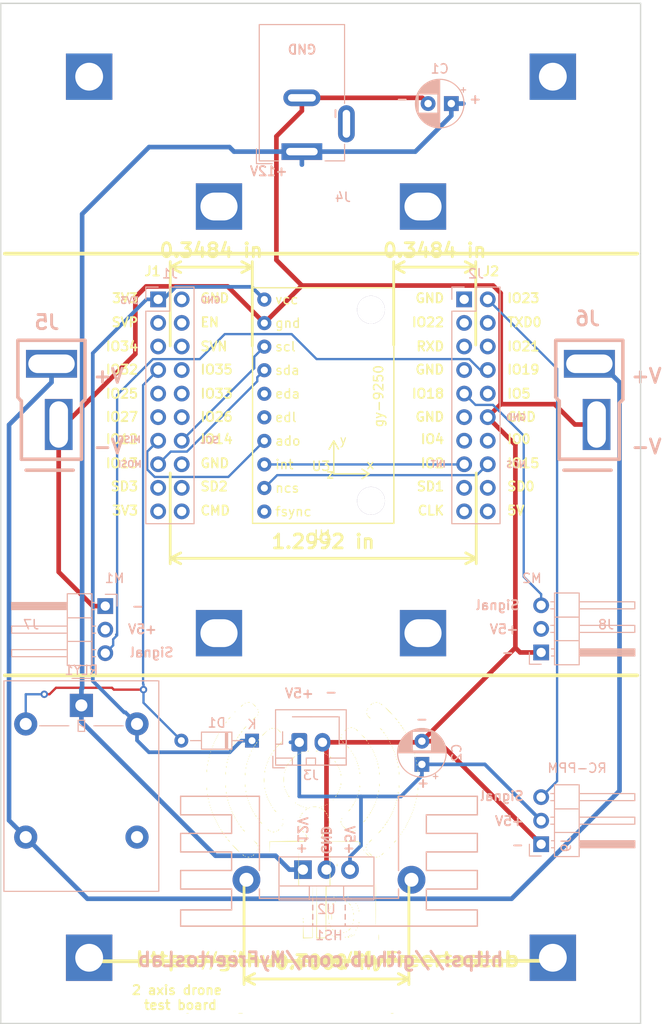
<source format=kicad_pcb>
(kicad_pcb (version 20171130) (host pcbnew 5.0.2-bee76a0~70~ubuntu16.04.1)
  (title_block (title "2 Axis Tool for Drone Study") (date 2021-04-11) (rev 1.0) (company FreeRTOS-Lab) (comment 1 https://github.com/MyFreertosLab/my_mpu9250_test.git))
  (layers (0 F.Cu signal) (31 B.Cu signal) (34 B.Paste user) (35 F.Paste user) (36 B.SilkS user) (37 F.SilkS user) (38 B.Mask user) (39 F.Mask user) (44 Edge.Cuts user))
  (net 0 "")
  (net 1 "Net-(J1-Pad2)")
  (net 2 "Net-(J1-Pad3)")
  (net 3 "Net-(J1-Pad4)")
  (net 4 "Net-(J1-Pad5)")
  (net 5 "Net-(J1-Pad6)")
  (net 6 "Net-(J1-Pad8)")
  (net 7 "Net-(J1-Pad9)")
  (net 8 "Net-(J1-Pad10)")
  (net 9 "Net-(J1-Pad11)")
  (net 10 "Net-(J1-Pad12)")
  (net 11 "Net-(J1-Pad16)")
  (net 12 "Net-(J1-Pad17)")
  (net 13 "Net-(J1-Pad18)")
  (net 14 "Net-(J1-Pad19)")
  (net 15 "Net-(J1-Pad20)")
  (net 16 "Net-(J2-Pad20)")
  (net 17 "Net-(J2-Pad19)")
  (net 18 "Net-(J2-Pad18)")
  (net 19 "Net-(J2-Pad17)")
  (net 20 "Net-(J2-Pad14)")
  (net 21 "Net-(J2-Pad13)")
  (net 22 "Net-(J2-Pad11)")
  (net 23 "Net-(J2-Pad10)")
  (net 24 "Net-(J2-Pad7)")
  (net 25 "Net-(J2-Pad6)")
  (net 26 "Net-(J2-Pad5)")
  (net 27 "Net-(J2-Pad4)")
  (net 28 "Net-(J2-Pad3)")
  (net 29 "Net-(J2-Pad1)")
  (net 30 "Net-(U1-Pad5)")
  (net 31 "Net-(U1-Pad6)")
  (net 32 "Net-(U1-Pad10)")
  (net 33 +12V)
  (net 34 GND)
  (net 35 +5V)
  (net 36 +3V3)
  (net 37 MISO)
  (net 38 SCL)
  (net 39 MOSI)
  (net 40 NCS)
  (net 41 INT)
  (net 42 "Net-(HS1-Pad1)")
  (net 43 M2S)
  (net 44 M1S)
  (net 45 "Net-(HS1-Pad2)")
  (net 46 RCS)
  (net 47 "Net-(J7-Pad2)")
  (net 48 "Net-(J8-Pad2)")
  (net 49 GPIO32)
  (net 50 +12VM)
  (net 51 "Net-(RLY1-Pad3)")
  (module gy-9250_footprint:gy-9250 (layer F.Cu) (at 120.13 94.64)
    (fp_text reference U1 (at -6.35 12.7) (layer F.SilkS))
    (fp_text value gy-9250)
    (fp_text user gy-9250 (at -0.381 -2.286 90) (layer F.SilkS))
    (fp_text user z (at -5.588 6.096) (layer F.SilkS))
    (fp_text user x (at -1.27 5.08) (layer F.SilkS))
    (fp_text user y (at -4.191 2.413) (layer F.SilkS) (effects (font (thickness 0.125))))
    (fp_text user fsync (at -9.564762 10.16) (layer F.SilkS))
    (fp_text user ncs (at -10.231429 7.62) (layer F.SilkS))
    (fp_text user int (at -10.540953 5.08) (layer F.SilkS))
    (fp_text user ado (at -10.16 2.54) (layer F.SilkS))
    (fp_text user edl (at -10.374286 0) (layer F.SilkS))
    (fp_text user eda (at -10.18381 -2.54) (layer F.SilkS))
    (fp_text user sda (at -10.207619 -5.08) (layer F.SilkS))
    (fp_text user scl (at -10.421905 -7.62) (layer F.SilkS))
    (fp_text user gnd (at -10.16 -10.16) (layer F.SilkS))
    (fp_text user vcc (at -10.279048 -12.7) (layer F.SilkS))
    (pad 12 thru_hole circle (at -1.2 9) (size 3 3) (drill 3) (layers *.Cu *.Mask))
    (pad 11 thru_hole circle (at -1.2 -11.6) (size 3 3) (drill 3) (layers *.Cu *.Mask))
    (pad 10 thru_hole circle (at -12.7 10.16) (size 1.524 1.524) (drill 0.762) (layers *.Cu *.Mask) (net 32 "Net-(U1-Pad10)"))
    (pad 9 thru_hole circle (at -12.7 7.62) (size 1.524 1.524) (drill 0.762) (layers *.Cu *.Mask) (net 40 NCS))
    (pad 8 thru_hole circle (at -12.7 5.08) (size 1.524 1.524) (drill 0.762) (layers *.Cu *.Mask) (net 41 INT))
    (pad 7 thru_hole circle (at -12.7 2.54) (size 1.524 1.524) (drill 0.762) (layers *.Cu *.Mask) (net 37 MISO))
    (pad 6 thru_hole circle (at -12.7 0) (size 1.524 1.524) (drill 0.762) (layers *.Cu *.Mask) (net 31 "Net-(U1-Pad6)"))
    (pad 5 thru_hole circle (at -12.7 -2.54) (size 1.524 1.524) (drill 0.762) (layers *.Cu *.Mask) (net 30 "Net-(U1-Pad5)"))
    (pad 4 thru_hole circle (at -12.7 -5.08) (size 1.524 1.524) (drill 0.762) (layers *.Cu *.Mask) (net 39 MOSI))
    (pad 3 thru_hole circle (at -12.7 -7.62) (size 1.524 1.524) (drill 0.762) (layers *.Cu *.Mask) (net 38 SCL))
    (pad 2 thru_hole circle (at -12.7 -10.16) (size 1.524 1.524) (drill 0.762) (layers *.Cu *.Mask) (net 34 GND))
    (pad 1 thru_hole circle (at -12.7 -12.7) (size 1.524 1.524) (drill 0.762) (layers *.Cu *.Mask) (net 36 +3V3))
  )
  (module Connector:Deans (layer B.Cu) (at 142.28 93.99 180)
    (fp_text reference J6 (at 0 10 180) (layer B.SilkS) (effects (font (size 1.524 1.524) (thickness 0.3048)) (justify mirror)))
    (fp_text value "Power Motor 2" hide)
    (fp_text user V+ (at -6.35 3.81 180) (layer B.SilkS) (effects (font (size 1.524 1.524) (thickness 0.3048)) (justify mirror)))
    (fp_text user V- (at -6.35 -3.81 180) (layer B.SilkS) (effects (font (size 1.524 1.524) (thickness 0.3048)) (justify mirror)))
    (pad 1 thru_hole rect (at -0.2 5.125 180) (size 5.5 3) (drill oval 5 2) (layers *.Cu *.Mask) (net 50 +12VM))
    (pad 2 thru_hole rect (at -0.975 -1.4224 90) (size 5.5 3) (drill oval 5 2) (layers *.Cu *.Mask) (net 34 GND))
  )
  (module Connector:Deans (layer B.Cu) (at 84.28 93.99 180)
    (fp_text reference J5 (at 0.3 9.6 180) (layer B.SilkS) (effects (font (size 1.524 1.524) (thickness 0.3048)) (justify mirror)))
    (fp_text value "Power Motor 1" hide)
    (fp_text user V+ (at -6.35 3.81 180) (layer B.SilkS) (effects (font (size 1.524 1.524) (thickness 0.3048)) (justify mirror)))
    (fp_text user V- (at -6.35 -3.81 180) (layer B.SilkS) (effects (font (size 1.524 1.524) (thickness 0.3048)) (justify mirror)))
    (pad 1 thru_hole rect (at -0.2 5.125 180) (size 5.5 3) (drill oval 5 2) (layers *.Cu *.Mask) (net 50 +12VM))
    (pad 2 thru_hole rect (at -0.975 -1.4224 90) (size 5.5 3) (drill oval 5 2) (layers *.Cu *.Mask) (net 34 GND))
  )
  (module Connector_BarrelJack:BarrelJack_Wuerth_6941xx301002 (layer B.Cu) (at 111.48 65.99)
    (fp_text reference J4 (at 4.42 4.91) (layer B.SilkS) (effects (justify mirror)))
    (fp_text value 12VPower)
    (pad 1 thru_hole rect (at 0 0) (size 4.4 1.8) (drill oval 3.4 0.8) (layers *.Cu *.Mask) (net 33 +12V))
    (pad 2 thru_hole oval (at 0 -5.8) (size 4 1.8) (drill oval 3 0.8) (layers *.Cu *.Mask) (net 34 GND))
    (pad 3 thru_hole oval (at 4.8 -3 270) (size 4 1.8) (drill oval 3 0.8) (layers *.Cu *.Mask))
  )
  (module Connector_PinSocket_2.54mm:PinSocket_2x10_P2.54mm_Vertical (layer B.Cu) (at 95.98 81.92 180)
    (fp_text reference J1 (at -1.27 2.77 180) (layer B.SilkS) (effects (justify mirror)))
    (fp_text value JA)
    (pad 1 thru_hole rect (at 0 0 180) (size 1.7 1.7) (drill 1) (layers *.Cu *.Mask) (net 36 +3V3))
    (pad 2 thru_hole oval (at -2.54 0 180) (size 1.7 1.7) (drill 1) (layers *.Cu *.Mask) (net 1 "Net-(J1-Pad2)"))
    (pad 3 thru_hole oval (at 0 -2.54 180) (size 1.7 1.7) (drill 1) (layers *.Cu *.Mask) (net 2 "Net-(J1-Pad3)"))
    (pad 4 thru_hole oval (at -2.54 -2.54 180) (size 1.7 1.7) (drill 1) (layers *.Cu *.Mask) (net 3 "Net-(J1-Pad4)"))
    (pad 5 thru_hole oval (at 0 -5.08 180) (size 1.7 1.7) (drill 1) (layers *.Cu *.Mask) (net 4 "Net-(J1-Pad5)"))
    (pad 6 thru_hole oval (at -2.54 -5.08 180) (size 1.7 1.7) (drill 1) (layers *.Cu *.Mask) (net 5 "Net-(J1-Pad6)"))
    (pad 7 thru_hole oval (at 0 -7.62 180) (size 1.7 1.7) (drill 1) (layers *.Cu *.Mask) (net 49 GPIO32))
    (pad 8 thru_hole oval (at -2.54 -7.62 180) (size 1.7 1.7) (drill 1) (layers *.Cu *.Mask) (net 6 "Net-(J1-Pad8)"))
    (pad 9 thru_hole oval (at 0 -10.16 180) (size 1.7 1.7) (drill 1) (layers *.Cu *.Mask) (net 7 "Net-(J1-Pad9)"))
    (pad 10 thru_hole oval (at -2.54 -10.16 180) (size 1.7 1.7) (drill 1) (layers *.Cu *.Mask) (net 8 "Net-(J1-Pad10)"))
    (pad 11 thru_hole oval (at 0 -12.7 180) (size 1.7 1.7) (drill 1) (layers *.Cu *.Mask) (net 9 "Net-(J1-Pad11)"))
    (pad 12 thru_hole oval (at -2.54 -12.7 180) (size 1.7 1.7) (drill 1) (layers *.Cu *.Mask) (net 10 "Net-(J1-Pad12)"))
    (pad 13 thru_hole oval (at 0 -15.24 180) (size 1.7 1.7) (drill 1) (layers *.Cu *.Mask) (net 37 MISO))
    (pad 14 thru_hole oval (at -2.54 -15.24 180) (size 1.7 1.7) (drill 1) (layers *.Cu *.Mask) (net 38 SCL))
    (pad 15 thru_hole oval (at 0 -17.78 180) (size 1.7 1.7) (drill 1) (layers *.Cu *.Mask) (net 39 MOSI))
    (pad 16 thru_hole oval (at -2.54 -17.78 180) (size 1.7 1.7) (drill 1) (layers *.Cu *.Mask) (net 11 "Net-(J1-Pad16)"))
    (pad 17 thru_hole oval (at 0 -20.32 180) (size 1.7 1.7) (drill 1) (layers *.Cu *.Mask) (net 12 "Net-(J1-Pad17)"))
    (pad 18 thru_hole oval (at -2.54 -20.32 180) (size 1.7 1.7) (drill 1) (layers *.Cu *.Mask) (net 13 "Net-(J1-Pad18)"))
    (pad 19 thru_hole oval (at 0 -22.86 180) (size 1.7 1.7) (drill 1) (layers *.Cu *.Mask) (net 14 "Net-(J1-Pad19)"))
    (pad 20 thru_hole oval (at -2.54 -22.86 180) (size 1.7 1.7) (drill 1) (layers *.Cu *.Mask) (net 15 "Net-(J1-Pad20)"))
  )
  (module Connector_PinSocket_2.54mm:PinSocket_2x10_P2.54mm_Vertical (layer B.Cu) (at 128.98 81.92 180)
    (fp_text reference J2 (at -1.27 2.77 180) (layer B.SilkS) (effects (justify mirror)))
    (fp_text value JB)
    (pad 20 thru_hole oval (at -2.54 -22.86 180) (size 1.7 1.7) (drill 1) (layers *.Cu *.Mask) (net 16 "Net-(J2-Pad20)"))
    (pad 19 thru_hole oval (at 0 -22.86 180) (size 1.7 1.7) (drill 1) (layers *.Cu *.Mask) (net 17 "Net-(J2-Pad19)"))
    (pad 18 thru_hole oval (at -2.54 -20.32 180) (size 1.7 1.7) (drill 1) (layers *.Cu *.Mask) (net 18 "Net-(J2-Pad18)"))
    (pad 17 thru_hole oval (at 0 -20.32 180) (size 1.7 1.7) (drill 1) (layers *.Cu *.Mask) (net 19 "Net-(J2-Pad17)"))
    (pad 16 thru_hole oval (at -2.54 -17.78 180) (size 1.7 1.7) (drill 1) (layers *.Cu *.Mask) (net 40 NCS))
    (pad 15 thru_hole oval (at 0 -17.78 180) (size 1.7 1.7) (drill 1) (layers *.Cu *.Mask) (net 41 INT))
    (pad 14 thru_hole oval (at -2.54 -15.24 180) (size 1.7 1.7) (drill 1) (layers *.Cu *.Mask) (net 20 "Net-(J2-Pad14)"))
    (pad 13 thru_hole oval (at 0 -15.24 180) (size 1.7 1.7) (drill 1) (layers *.Cu *.Mask) (net 21 "Net-(J2-Pad13)"))
    (pad 12 thru_hole oval (at -2.54 -12.7 180) (size 1.7 1.7) (drill 1) (layers *.Cu *.Mask) (net 34 GND))
    (pad 11 thru_hole oval (at 0 -12.7 180) (size 1.7 1.7) (drill 1) (layers *.Cu *.Mask) (net 22 "Net-(J2-Pad11)"))
    (pad 10 thru_hole oval (at -2.54 -10.16 180) (size 1.7 1.7) (drill 1) (layers *.Cu *.Mask) (net 23 "Net-(J2-Pad10)"))
    (pad 9 thru_hole oval (at 0 -10.16 180) (size 1.7 1.7) (drill 1) (layers *.Cu *.Mask) (net 43 M2S))
    (pad 8 thru_hole oval (at -2.54 -7.62 180) (size 1.7 1.7) (drill 1) (layers *.Cu *.Mask) (net 44 M1S))
    (pad 7 thru_hole oval (at 0 -7.62 180) (size 1.7 1.7) (drill 1) (layers *.Cu *.Mask) (net 24 "Net-(J2-Pad7)"))
    (pad 6 thru_hole oval (at -2.54 -5.08 180) (size 1.7 1.7) (drill 1) (layers *.Cu *.Mask) (net 25 "Net-(J2-Pad6)"))
    (pad 5 thru_hole oval (at 0 -5.08 180) (size 1.7 1.7) (drill 1) (layers *.Cu *.Mask) (net 26 "Net-(J2-Pad5)"))
    (pad 4 thru_hole oval (at -2.54 -2.54 180) (size 1.7 1.7) (drill 1) (layers *.Cu *.Mask) (net 27 "Net-(J2-Pad4)"))
    (pad 3 thru_hole oval (at 0 -2.54 180) (size 1.7 1.7) (drill 1) (layers *.Cu *.Mask) (net 28 "Net-(J2-Pad3)"))
    (pad 2 thru_hole oval (at -2.54 0 180) (size 1.7 1.7) (drill 1) (layers *.Cu *.Mask) (net 46 RCS))
    (pad 1 thru_hole rect (at 0 0 180) (size 1.7 1.7) (drill 1) (layers *.Cu *.Mask) (net 29 "Net-(J2-Pad1)"))
  )
  (module Package_TO_SOT_THT:TO-220-3_Vertical (layer B.Cu) (at 111.59 143.41)
    (fp_text reference U2 (at 2.54 4.27) (layer B.SilkS) (effects (justify mirror)))
    (fp_text value L7805)
    (pad 1 thru_hole rect (at 0 0) (size 1.905 2) (drill 1.1) (layers *.Cu *.Mask) (net 33 +12V))
    (pad 2 thru_hole oval (at 2.54 0) (size 1.905 2) (drill 1.1) (layers *.Cu *.Mask) (net 34 GND))
    (pad 3 thru_hole oval (at 5.08 0) (size 1.905 2) (drill 1.1) (layers *.Cu *.Mask) (net 35 +5V))
  )
  (module Capacitor_THT:CP_Radial_D5.0mm_P2.50mm (layer B.Cu) (at 124.42 132.06 90)
    (fp_text reference C2 (at 1.25 3.75 90) (layer B.SilkS) (effects (justify mirror)))
    (fp_text value 100uF)
    (pad 2 thru_hole circle (at 2.5 0 90) (size 1.6 1.6) (drill 0.8) (layers *.Cu *.Mask) (net 34 GND))
    (pad 1 thru_hole rect (at 0 0 90) (size 1.6 1.6) (drill 0.8) (layers *.Cu *.Mask) (net 35 +5V))
  )
  (module Capacitor_THT:CP_Radial_D5.0mm_P2.50mm (layer B.Cu) (at 127.59 60.81 180)
    (fp_text reference C1 (at 1.25 3.75 180) (layer B.SilkS) (effects (justify mirror)))
    (fp_text value 100uF)
    (pad 1 thru_hole rect (at 0 0 180) (size 1.6 1.6) (drill 0.8) (layers *.Cu *.Mask) (net 33 +12V))
    (pad 2 thru_hole circle (at 2.5 0 180) (size 1.6 1.6) (drill 0.8) (layers *.Cu *.Mask) (net 34 GND))
  )
  (module Connector_PinHeader_2.54mm:PinHeader_1x03_P2.54mm_Horizontal (layer B.Cu) (at 90.28 114.99 180)
    (fp_text reference J7 (at 8 -2 180) (layer B.SilkS) (effects (justify mirror)))
    (fp_text value M1 (at -1 3 180) (layer B.SilkS) (effects (justify mirror)))
    (pad 1 thru_hole rect (at 0 0 180) (size 1.7 1.7) (drill 1) (layers *.Cu *.Mask) (net 34 GND))
    (pad 2 thru_hole oval (at 0 -2.54 180) (size 1.7 1.7) (drill 1) (layers *.Cu *.Mask) (net 47 "Net-(J7-Pad2)"))
    (pad 3 thru_hole oval (at 0 -5.08 180) (size 1.7 1.7) (drill 1) (layers *.Cu *.Mask) (net 44 M1S))
  )
  (module Connector_PinHeader_2.54mm:PinHeader_1x03_P2.54mm_Horizontal (layer B.Cu) (at 137.28 119.99)
    (fp_text reference J8 (at 7 -3) (layer B.SilkS) (effects (justify mirror)))
    (fp_text value M2 (at -1 -8) (layer B.SilkS) (effects (justify mirror)))
    (pad 3 thru_hole oval (at 0 -5.08) (size 1.7 1.7) (drill 1) (layers *.Cu *.Mask) (net 43 M2S))
    (pad 2 thru_hole oval (at 0 -2.54) (size 1.7 1.7) (drill 1) (layers *.Cu *.Mask) (net 48 "Net-(J8-Pad2)"))
    (pad 1 thru_hole rect (at 0 0) (size 1.7 1.7) (drill 1) (layers *.Cu *.Mask) (net 34 GND))
  )
  (module Connector_JST:JST_XH_B2B-XH-AM_1x02_P2.50mm_Vertical (layer B.Cu) (at 111.2 129.68)
    (fp_text reference J3 (at 1.25 3.55) (layer B.SilkS) (effects (justify mirror)))
    (fp_text value 5VPower)
    (pad 1 thru_hole roundrect (at 0 0) (size 1.7 2) (drill 1) (layers *.Cu *.Mask) (roundrect_rratio 0.147059) (net 35 +5V))
    (pad 2 thru_hole oval (at 2.5 0) (size 1.7 2) (drill 1) (layers *.Cu *.Mask) (net 34 GND))
    (pad "" np_thru_hole circle (at -1.6 -2) (size 1.2 1.2) (drill 1.2) (layers *.Cu *.Mask))
  )
  (module Connector_PinHeader_2.54mm:PinHeader_1x03_P2.54mm_Horizontal (layer B.Cu) (at 137.28 140.670148)
    (fp_text reference J9 (at 2.7 0 -90) (layer B.SilkS) (effects (justify mirror)))
    (fp_text value RC-PPM (at 3.88 -8.210148) (layer B.SilkS) (effects (justify mirror)))
    (pad 1 thru_hole rect (at 0 0) (size 1.7 1.7) (drill 1) (layers *.Cu *.Mask) (net 34 GND))
    (pad 2 thru_hole oval (at 0 -2.54) (size 1.7 1.7) (drill 1) (layers *.Cu *.Mask) (net 35 +5V))
    (pad 3 thru_hole oval (at 0 -5.08) (size 1.7 1.7) (drill 1) (layers *.Cu *.Mask) (net 46 RCS))
  )
  (module axis2:axis2-footprint (layer F.Cu) (at 113.54 102.91)
    (fp_text reference U3 (at 0 -3) (layer F.SilkS))
    (fp_text value axis2-frame)
    (pad 1 thru_hole rect (at -11 -31) (size 5 5) (drill oval 4 3) (layers *.Cu *.Mask))
    (pad 2 thru_hole rect (at 11 -31) (size 5 5) (drill oval 4 3) (layers *.Cu *.Mask))
    (pad 3 thru_hole rect (at -11 15) (size 5 5) (drill oval 4 3) (layers *.Cu *.Mask))
    (pad 4 thru_hole rect (at 11 15) (size 5 5) (drill oval 4 3) (layers *.Cu *.Mask))
    (pad 5 thru_hole rect (at 25 -45) (size 5 5) (drill 3) (layers *.Cu *.Mask))
    (pad 6 thru_hole rect (at -25 -45) (size 5 5) (drill 3) (layers *.Cu *.Mask))
    (pad 7 thru_hole rect (at 25 50) (size 5 5) (drill 3) (layers *.Cu *.Mask))
    (pad 8 thru_hole rect (at -25 50) (size 5 5) (drill 3) (layers *.Cu *.Mask))
  )
  (module graphics:axis2-logo (layer F.Cu) (at 114.3 142.1)
    (fp_text reference G*** hide)
    (fp_text value LOGO hide)
  )
  (module Diode_THT:D_DO-34_SOD68_P7.62mm_Horizontal (layer B.Cu) (at 106.1 129.5 180)
    (fp_text reference D1 (at 3.81 1.92 180) (layer B.SilkS) (effects (justify mirror)))
    (fp_text value D_ALT)
    (fp_text user K (at 0 1.75 180) (layer B.SilkS) (effects (justify mirror)))
    (pad 1 thru_hole rect (at 0 0 180) (size 1.5 1.5) (drill 0.75) (layers *.Cu *.Mask) (net 36 +3V3))
    (pad 2 thru_hole oval (at 7.62 0 180) (size 1.5 1.5) (drill 0.75) (layers *.Cu *.Mask) (net 49 GPIO32))
  )
  (module Heatsink:Heatsink_Stonecold_HS-132_32x14mm_2xFixation1.5mm (layer B.Cu) (at 114.4 144.5)
    (fp_text reference HS1 (at 0 6) (layer B.SilkS) (effects (justify mirror)))
    (fp_text value Heatsink_Pad_2Pin)
    (pad 1 thru_hole circle (at -8.9 0) (size 3 3) (drill 1.5) (layers *.Cu *.Mask) (net 42 "Net-(HS1-Pad1)"))
    (pad 2 thru_hole circle (at 8.9 0) (size 3 3) (drill 1.5) (layers *.Cu *.Mask) (net 45 "Net-(HS1-Pad2)"))
  )
  (module Relay_THT:Relay_SPDT_Omron-G5LE-1 (layer B.Cu) (at 87.7 125.7 180)
    (fp_text reference RLY1 (at 0 3.8 180) (layer B.SilkS) (effects (justify mirror)))
    (fp_text value G5LE-14_DC5)
    (pad 1 thru_hole rect (at 0 0 180) (size 2.5 2.5) (drill 1.3) (layers *.Cu *.Mask) (net 33 +12V))
    (pad 2 thru_hole oval (at -6 -2 180) (size 2.5 2.5) (drill 1.3) (layers *.Cu *.Mask) (net 36 +3V3))
    (pad 3 thru_hole oval (at -6 -14.2 180) (size 2.5 2.5) (drill 1.3) (layers *.Cu *.Mask) (net 51 "Net-(RLY1-Pad3)"))
    (pad 4 thru_hole oval (at 6 -14.2 180) (size 2.5 2.5) (drill 1.3) (layers *.Cu *.Mask) (net 50 +12VM))
    (pad 5 thru_hole oval (at 6 -2 180) (size 2.5 2.5) (drill 1.3) (layers *.Cu *.Mask) (net 49 GPIO32))
  )
  (gr_text "2 axis drone\n test board" (at 98 157.2) (layer F.SilkS) (effects (font (size 1 1) (thickness 0.2))))
  (gr_text https://github.com/MyFreertosLab (at 113.5 153.1) (layer B.SilkS) (effects (font (size 1.5 1.5) (thickness 0.3)) (justify mirror)))
  (gr_line (start 79 160) (end 79 50) (layer Edge.Cuts) (width 0.15))
  (gr_line (start 148 160) (end 79 160) (layer Edge.Cuts) (width 0.15))
  (gr_line (start 148 50) (end 148 160) (layer Edge.Cuts) (width 0.15))
  (gr_line (start 79 50) (end 148 50) (layer Edge.Cuts) (width 0.15))
  (gr_text - (at 122.3 60.31) (layer B.SilkS) (effects (font (size 1 1) (thickness 0.2)) (justify mirror)))
  (gr_line (start 79.44 76.99) (end 147.64 76.99) (layer F.SilkS) (width 0.4))
  (gr_line (start 79.44 122.46) (end 147.64 122.46) (layer F.SilkS) (width 0.4))
  (dimension 17.78 (width 0.3) (layer F.SilkS) (gr_text "17,780 mm" (at 114.13 157.3) (layer F.SilkS) (effects (font (size 1.5 1.5) (thickness 0.3)))) (feature1 (pts (xy 123.02 145.13) (xy 123.02 155.786421))) (feature2 (pts (xy 105.24 145.13) (xy 105.24 155.786421))) (crossbar (pts (xy 105.24 155.2) (xy 123.02 155.2))) (arrow1a (pts (xy 123.02 155.2) (xy 121.893496 155.786421))) (arrow1b (pts (xy 123.02 155.2) (xy 121.893496 154.613579))) (arrow2a (pts (xy 105.24 155.2) (xy 106.366504 155.786421))) (arrow2b (pts (xy 105.24 155.2) (xy 106.366504 154.613579))))
  (gr_text 5V (at 134.551429 104.69) (layer F.SilkS) (effects (font (size 1 1) (thickness 0.2))))
  (gr_text SD0 (at 135.099048 102.09) (layer F.SilkS) (effects (font (size 1 1) (thickness 0.2))))
  (gr_text IO15 (at 135.360952 99.59) (layer F.SilkS) (effects (font (size 1 1) (thickness 0.2))))
  (gr_text IO0 (at 134.884762 96.99) (layer F.SilkS) (effects (font (size 1 1) (thickness 0.2))))
  (gr_text GND (at 135.170476 94.59) (layer F.SilkS) (effects (font (size 1 1) (thickness 0.2))))
  (gr_text IO5 (at 134.884762 92.09) (layer F.SilkS) (effects (font (size 1 1) (thickness 0.2))))
  (gr_text IO19 (at 135.360952 89.49) (layer F.SilkS) (effects (font (size 1 1) (thickness 0.2))))
  (gr_text IO21 (at 135.360952 86.99) (layer F.SilkS) (effects (font (size 1 1) (thickness 0.2))))
  (gr_text TXD0 (at 135.48 84.39) (layer F.SilkS) (effects (font (size 1 1) (thickness 0.2))))
  (gr_text IO23 (at 135.360952 81.79) (layer F.SilkS) (effects (font (size 1 1) (thickness 0.2))))
  (gr_text CLK (at 125.389524 104.69) (layer F.SilkS) (effects (font (size 1 1) (thickness 0.2))))
  (gr_text SD1 (at 125.341905 102.09) (layer F.SilkS) (effects (font (size 1 1) (thickness 0.2))))
  (gr_text IO2 (at 125.556191 99.59) (layer F.SilkS) (effects (font (size 1 1) (thickness 0.2))))
  (gr_text IO4 (at 125.556191 96.99) (layer F.SilkS) (effects (font (size 1 1) (thickness 0.2))))
  (gr_text GND (at 125.270476 94.59) (layer F.SilkS) (effects (font (size 1 1) (thickness 0.2))))
  (gr_text IO18 (at 125.08 92.09) (layer F.SilkS) (effects (font (size 1 1) (thickness 0.2))))
  (gr_text GND (at 125.270476 89.49) (layer F.SilkS) (effects (font (size 1 1) (thickness 0.2))))
  (gr_text RXD (at 125.318095 86.99) (layer F.SilkS) (effects (font (size 1 1) (thickness 0.2))))
  (gr_text IO22 (at 125.08 84.39) (layer F.SilkS) (effects (font (size 1 1) (thickness 0.2))))
  (gr_text GND (at 125.270476 81.79) (layer F.SilkS) (effects (font (size 1 1) (thickness 0.2))))
  (gr_text CMD (at 102.137143 104.69) (layer F.SilkS) (effects (font (size 1 1) (thickness 0.2))))
  (gr_text SD2 (at 102.018096 102.09) (layer F.SilkS) (effects (font (size 1 1) (thickness 0.2))))
  (gr_text GND (at 102.089524 99.59) (layer F.SilkS) (effects (font (size 1 1) (thickness 0.2))))
  (gr_text IO14 (at 102.28 96.99) (layer F.SilkS) (effects (font (size 1 1) (thickness 0.2))))
  (gr_text IO26 (at 102.28 94.59) (layer F.SilkS) (effects (font (size 1 1) (thickness 0.2))))
  (gr_text IO33 (at 102.28 92.09) (layer F.SilkS) (effects (font (size 1 1) (thickness 0.2))))
  (gr_text IO35 (at 102.28 89.49) (layer F.SilkS) (effects (font (size 1 1) (thickness 0.2))))
  (gr_text SVN (at 101.994286 86.99) (layer F.SilkS) (effects (font (size 1 1) (thickness 0.2))))
  (gr_text EN (at 101.541905 84.39) (layer F.SilkS) (effects (font (size 1 1) (thickness 0.2))))
  (gr_text GND (at 102.089524 81.79) (layer F.SilkS) (effects (font (size 1 1) (thickness 0.2))))
  (gr_text 3V3 (at 92.413333 104.69) (layer F.SilkS) (effects (font (size 1 1) (thickness 0.2))))
  (gr_text SD3 (at 92.341905 102.09) (layer F.SilkS) (effects (font (size 1 1) (thickness 0.2))))
  (gr_text IO13 (at 92.08 99.59) (layer F.SilkS) (effects (font (size 1 1) (thickness 0.2))))
  (gr_text IO12 (at 92.08 96.99) (layer F.SilkS) (effects (font (size 1 1) (thickness 0.2))))
  (gr_text IO27 (at 92.08 94.59) (layer F.SilkS) (effects (font (size 1 1) (thickness 0.2))))
  (gr_text IO25 (at 92.08 92.09) (layer F.SilkS) (effects (font (size 1 1) (thickness 0.2))))
  (gr_text IO32 (at 92.08 89.49) (layer F.SilkS) (effects (font (size 1 1) (thickness 0.2))))
  (gr_text IO34 (at 92.08 86.99) (layer F.SilkS) (effects (font (size 1 1) (thickness 0.2))))
  (gr_text SVP (at 92.389524 84.39) (layer F.SilkS) (effects (font (size 1 1) (thickness 0.2))))
  (gr_text 3V3 (at 92.413333 81.79) (layer F.SilkS) (effects (font (size 1 1) (thickness 0.2))))
  (gr_text J2 (at 131.88 78.89) (layer F.SilkS) (effects (font (size 1 1) (thickness 0.2))))
  (gr_text J1 (at 95.38 78.89) (layer F.SilkS) (effects (font (size 1 1) (thickness 0.2))))
  (gr_text - (at 134.753949 140.870148 180) (layer B.SilkS) (effects (font (size 1 1) (thickness 0.2)) (justify mirror)))
  (gr_text +5V (at 133.849186 138.170148) (layer B.SilkS) (effects (font (size 1 1) (thickness 0.2)) (justify mirror)))
  (gr_text Signal (at 133.039662 135.470148) (layer B.SilkS) (effects (font (size 1 1) (thickness 0.2)) (justify mirror)))
  (gr_text - (at 93.78 114.99) (layer B.SilkS) (effects (font (size 1 1) (thickness 0.2)) (justify mirror)))
  (gr_text +5V (at 94.28 117.49) (layer B.SilkS) (effects (font (size 1 1) (thickness 0.2)) (justify mirror)))
  (gr_text Signal (at 95.28 119.99) (layer B.SilkS) (effects (font (size 1 1) (thickness 0.2)) (justify mirror)))
  (gr_text Signal (at 132.58 114.89) (layer B.SilkS) (effects (font (size 1 1) (thickness 0.2)) (justify mirror)))
  (gr_text +5V (at 133.28 117.49) (layer B.SilkS) (effects (font (size 1 1) (thickness 0.2)) (justify mirror)))
  (gr_text - (at 133.68 119.99) (layer B.SilkS) (effects (font (size 1 1) (thickness 0.2)) (justify mirror)))
  (gr_text - (at 114.63 124.26) (layer B.SilkS) (effects (font (size 1 1) (thickness 0.2)) (justify mirror)))
  (gr_text - (at 124.42 127.17) (layer B.SilkS) (effects (font (size 1 1) (thickness 0.2)) (justify mirror)))
  (gr_text - (at 115.03 61.89 90) (layer B.SilkS) (effects (font (size 1 1) (thickness 0.2)) (justify mirror)))
  (gr_text + (at 130.17 60.31) (layer B.SilkS) (effects (font (size 1 1) (thickness 0.2)) (justify mirror)))
  (gr_text + (at 124.55 134.05) (layer B.SilkS) (effects (font (size 1 1) (thickness 0.2)) (justify mirror)))
  (gr_line (start 138.93 153.24) (end 88.48 153.29) (layer F.SilkS) (width 0.4))
  (gr_text +5V (at 116.62 140.22619 270) (layer B.SilkS) (effects (font (size 1 1) (thickness 0.2)) (justify mirror)))
  (gr_text GND (at 114.08 140.22619 270) (layer B.SilkS) (effects (font (size 1 1) (thickness 0.2)) (justify mirror)))
  (gr_text +12V (at 111.54 139.75 270) (layer B.SilkS) (effects (font (size 1 1) (thickness 0.2)) (justify mirror)))
  (gr_text GND (at 111.5 54.9 180) (layer B.SilkS) (effects (font (size 1 1) (thickness 0.2))))
  (gr_text +12V (at 107.9 68.1) (layer B.SilkS) (effects (font (size 1 1) (thickness 0.2)) (justify mirror)))
  (gr_text +5V (at 111.2 124.4) (layer B.SilkS) (effects (font (size 1 1) (thickness 0.2)) (justify mirror)))
  (gr_text INT (at 126.18 99.69) (layer B.SilkS) (effects (font (size 0.7 0.7)) (justify mirror)))
  (gr_text NCS (at 134.58 99.74) (layer B.SilkS) (effects (font (size 0.7 0.7)) (justify mirror)))
  (gr_text GND (at 134.58 94.64) (layer B.SilkS) (effects (font (size 0.7 0.7)) (justify mirror)))
  (gr_text SCL (at 101.53 97.09) (layer B.SilkS) (effects (font (size 0.7 0.7)) (justify mirror)))
  (gr_text MOSI (at 92.93 99.69) (layer B.SilkS) (effects (font (size 0.7 0.7)) (justify mirror)))
  (gr_text MISO (at 92.83 97.04) (layer B.SilkS) (effects (font (size 0.7 0.7)) (justify mirror)))
  (gr_text GND (at 101.63 81.99) (layer B.SilkS) (effects (font (size 0.7 0.7)) (justify mirror)))
  (gr_text 3V3 (at 92.88 82.04) (layer B.SilkS) (effects (font (size 0.7 0.7)) (justify mirror)))
  (dimension 8.85 (width 0.3) (layer F.SilkS) (gr_text "8,850 mm" (at 125.805 76.34) (layer F.SilkS) (effects (font (size 1.5 1.5) (thickness 0.3)))) (feature1 (pts (xy 121.38 86.84) (xy 121.38 77.853579))) (feature2 (pts (xy 130.23 86.84) (xy 130.23 77.853579))) (crossbar (pts (xy 130.23 78.44) (xy 121.38 78.44))) (arrow1a (pts (xy 121.38 78.44) (xy 122.506504 77.853579))) (arrow1b (pts (xy 121.38 78.44) (xy 122.506504 79.026421))) (arrow2a (pts (xy 130.23 78.44) (xy 129.103496 77.853579))) (arrow2b (pts (xy 130.23 78.44) (xy 129.103496 79.026421))))
  (dimension 8.85 (width 0.3) (layer F.SilkS) (gr_text "8,850 mm" (at 101.705 76.34) (layer F.SilkS) (effects (font (size 1.5 1.5) (thickness 0.3)))) (feature1 (pts (xy 106.13 86.94) (xy 106.13 77.853579))) (feature2 (pts (xy 97.28 86.94) (xy 97.28 77.853579))) (crossbar (pts (xy 97.28 78.44) (xy 106.13 78.44))) (arrow1a (pts (xy 106.13 78.44) (xy 105.003496 79.026421))) (arrow1b (pts (xy 106.13 78.44) (xy 105.003496 77.853579))) (arrow2a (pts (xy 97.28 78.44) (xy 98.406504 79.026421))) (arrow2b (pts (xy 97.28 78.44) (xy 98.406504 77.853579))))
  (dimension 33 (width 0.3) (layer F.SilkS) (gr_text "33,000 mm" (at 113.78 111.94) (layer F.SilkS) (effects (font (size 1.5 1.5) (thickness 0.3)))) (feature1 (pts (xy 130.28 100.64) (xy 130.28 110.426421))) (feature2 (pts (xy 97.28 100.64) (xy 97.28 110.426421))) (crossbar (pts (xy 97.28 109.84) (xy 130.28 109.84))) (arrow1a (pts (xy 130.28 109.84) (xy 129.153496 110.426421))) (arrow1b (pts (xy 130.28 109.84) (xy 129.153496 109.253579))) (arrow2a (pts (xy 97.28 109.84) (xy 98.406504 110.426421))) (arrow2b (pts (xy 97.28 109.84) (xy 98.406504 109.253579))))
  (segment (start 127.59 60.81) (end 128.89 60.81) (width 0.5) (layer B.Cu) (net 33))
  (segment (start 103.67 65.5) (end 95 65.5) (width 0.5) (layer B.Cu) (net 33))
  (segment (start 104.16 65.99) (end 103.67 65.5) (width 0.5) (layer B.Cu) (net 33))
  (segment (start 111.48 65.99) (end 104.16 65.99) (width 0.5) (layer B.Cu) (net 33))
  (segment (start 111.48 67.39) (end 111.48 65.99) (width 0.5) (layer B.Cu) (net 33))
  (segment (start 127.59 62.11) (end 127.59 60.81) (width 0.5) (layer B.Cu) (net 33))
  (segment (start 123.71 65.99) (end 127.59 62.11) (width 0.5) (layer B.Cu) (net 33))
  (segment (start 111.48 65.99) (end 123.71 65.99) (width 0.5) (layer B.Cu) (net 33))
  (segment (start 87.7 123.95) (end 87.7 125.7) (width 0.5) (layer B.Cu) (net 33))
  (segment (start 87.780001 123.869999) (end 87.7 123.95) (width 0.5) (layer B.Cu) (net 33))
  (segment (start 87.780001 72.719999) (end 87.780001 123.869999) (width 0.5) (layer B.Cu) (net 33))
  (segment (start 95 65.5) (end 87.780001 72.719999) (width 0.5) (layer B.Cu) (net 33))
  (segment (start 110.1375 143.41) (end 111.59 143.41) (width 0.5) (layer B.Cu) (net 33))
  (segment (start 108.6375 141.91) (end 110.1375 143.41) (width 0.5) (layer B.Cu) (net 33))
  (segment (start 102.16 141.91) (end 108.6375 141.91) (width 0.5) (layer B.Cu) (net 33))
  (segment (start 87.7 127.45) (end 102.16 141.91) (width 0.5) (layer B.Cu) (net 33))
  (segment (start 87.7 125.7) (end 87.7 127.45) (width 0.5) (layer B.Cu) (net 33))
  (segment (start 111.48 60.19) (end 112.58 60.19) (width 0.5) (layer B.Cu) (net 34))
  (segment (start 111.48 80.43) (end 107.43 84.48) (width 0.5) (layer F.Cu) (net 34))
  (segment (start 132.920001 93.219999) (end 132.369999 93.770001) (width 0.5) (layer F.Cu) (net 34))
  (segment (start 132.369999 93.770001) (end 131.52 94.62) (width 0.5) (layer F.Cu) (net 34))
  (segment (start 132.920001 81.247999) (end 132.920001 93.219999) (width 0.5) (layer F.Cu) (net 34))
  (segment (start 132.102002 80.43) (end 132.920001 81.247999) (width 0.5) (layer F.Cu) (net 34))
  (segment (start 111.48 80.43) (end 132.102002 80.43) (width 0.5) (layer F.Cu) (net 34))
  (segment (start 94.689999 80.519999) (end 93.52 81.689998) (width 0.5) (layer F.Cu) (net 34))
  (segment (start 103.469999 80.519999) (end 94.689999 80.519999) (width 0.5) (layer F.Cu) (net 34))
  (segment (start 107.43 84.48) (end 103.469999 80.519999) (width 0.5) (layer F.Cu) (net 34))
  (segment (start 85.9197 95.4124) (end 84.4197 95.4124) (width 0.5) (layer F.Cu) (net 34))
  (segment (start 93.52 87.8121) (end 85.9197 95.4124) (width 0.5) (layer F.Cu) (net 34))
  (segment (start 93.52 81.689998) (end 93.52 87.8121) (width 0.5) (layer F.Cu) (net 34))
  (segment (start 114.13 130.11) (end 113.7 129.68) (width 0.5) (layer F.Cu) (net 34))
  (segment (start 114.13 143.41) (end 114.13 130.11) (width 0.5) (layer F.Cu) (net 34))
  (segment (start 124.3 129.68) (end 124.42 129.56) (width 0.5) (layer F.Cu) (net 34))
  (segment (start 113.7 129.68) (end 124.3 129.68) (width 0.5) (layer F.Cu) (net 34))
  (segment (start 126.169852 129.56) (end 137.28 140.670148) (width 0.5) (layer F.Cu) (net 34))
  (segment (start 124.42 129.56) (end 126.169852 129.56) (width 0.5) (layer F.Cu) (net 34))
  (segment (start 138.727299 93.219999) (end 132.920001 93.219999) (width 0.5) (layer F.Cu) (net 34))
  (segment (start 140.9197 95.4124) (end 138.727299 93.219999) (width 0.5) (layer F.Cu) (net 34))
  (segment (start 142.4197 95.4124) (end 140.9197 95.4124) (width 0.5) (layer F.Cu) (net 34))
  (segment (start 134.5 119.48) (end 124.42 129.56) (width 0.5) (layer F.Cu) (net 34))
  (segment (start 134.5 97.6) (end 134.5 119.48) (width 0.5) (layer F.Cu) (net 34))
  (segment (start 131.52 94.62) (end 134.5 97.6) (width 0.5) (layer F.Cu) (net 34))
  (segment (start 108.729999 77.679999) (end 111.48 80.43) (width 0.5) (layer F.Cu) (net 34))
  (segment (start 111.48 61.59) (end 108.729999 64.340001) (width 0.5) (layer F.Cu) (net 34))
  (segment (start 108.729999 64.340001) (end 108.729999 77.679999) (width 0.5) (layer F.Cu) (net 34))
  (segment (start 111.48 60.19) (end 111.48 61.59) (width 0.5) (layer F.Cu) (net 34))
  (segment (start 124.47 60.19) (end 125.09 60.81) (width 0.5) (layer F.Cu) (net 34))
  (segment (start 111.48 60.19) (end 124.47 60.19) (width 0.5) (layer F.Cu) (net 34))
  (segment (start 88.93 114.99) (end 90.28 114.99) (width 0.5) (layer F.Cu) (net 34))
  (segment (start 85.255 111.315) (end 88.93 114.99) (width 0.5) (layer F.Cu) (net 34))
  (segment (start 85.255 95.4124) (end 85.255 111.315) (width 0.5) (layer F.Cu) (net 34))
  (segment (start 135.01 119.99) (end 137.28 119.99) (width 0.5) (layer F.Cu) (net 34))
  (segment (start 134.5 119.48) (end 135.01 119.99) (width 0.5) (layer F.Cu) (net 34))
  (segment (start 110.25 129.68) (end 111.2 129.68) (width 0.4) (layer B.Cu) (net 35))
  (segment (start 122.16 135.52) (end 124.42 133.26) (width 0.4) (layer B.Cu) (net 35))
  (segment (start 124.42 133.26) (end 124.42 132.06) (width 0.4) (layer B.Cu) (net 35))
  (segment (start 111.2 129.68) (end 111.2 135.52) (width 0.4) (layer B.Cu) (net 35))
  (segment (start 117.85 140.83) (end 117.85 135.52) (width 0.4) (layer B.Cu) (net 35))
  (segment (start 116.67 143.41) (end 116.67 142.01) (width 0.4) (layer B.Cu) (net 35))
  (segment (start 117.85 135.52) (end 122.16 135.52) (width 0.4) (layer B.Cu) (net 35))
  (segment (start 116.67 142.01) (end 117.85 140.83) (width 0.4) (layer B.Cu) (net 35))
  (segment (start 111.2 135.52) (end 117.85 135.52) (width 0.4) (layer B.Cu) (net 35))
  (segment (start 131.209852 132.06) (end 124.42 132.06) (width 0.4) (layer B.Cu) (net 35))
  (segment (start 137.28 138.130148) (end 131.209852 132.06) (width 0.4) (layer B.Cu) (net 35))
  (segment (start 106.668001 81.178001) (end 107.43 81.94) (width 0.4) (layer B.Cu) (net 36))
  (segment (start 106.059999 80.569999) (end 106.668001 81.178001) (width 0.4) (layer B.Cu) (net 36))
  (segment (start 97.871999 80.569999) (end 106.059999 80.569999) (width 0.4) (layer B.Cu) (net 36))
  (segment (start 96.521998 81.92) (end 97.871999 80.569999) (width 0.4) (layer B.Cu) (net 36))
  (segment (start 95.98 81.92) (end 96.521998 81.92) (width 0.4) (layer B.Cu) (net 36))
  (segment (start 88.929999 87.720001) (end 94.73 81.92) (width 0.4) (layer B.Cu) (net 36))
  (segment (start 88.929999 123.062001) (end 88.929999 87.720001) (width 0.4) (layer B.Cu) (net 36))
  (segment (start 94.73 81.92) (end 95.98 81.92) (width 0.4) (layer B.Cu) (net 36))
  (segment (start 92.450001 126.450001) (end 93.7 127.7) (width 0.4) (layer B.Cu) (net 36))
  (segment (start 92.317999 126.450001) (end 92.450001 126.450001) (width 0.4) (layer B.Cu) (net 36))
  (segment (start 88.929999 123.062001) (end 92.317999 126.450001) (width 0.4) (layer B.Cu) (net 36))
  (segment (start 103.699999 130.750001) (end 104.95 129.5) (width 0.4) (layer B.Cu) (net 36))
  (segment (start 94.982235 130.750001) (end 103.699999 130.750001) (width 0.4) (layer B.Cu) (net 36))
  (segment (start 104.95 129.5) (end 106.1 129.5) (width 0.4) (layer B.Cu) (net 36))
  (segment (start 93.7 129.467766) (end 94.982235 130.750001) (width 0.4) (layer B.Cu) (net 36))
  (segment (start 93.7 127.7) (end 93.7 129.467766) (width 0.4) (layer B.Cu) (net 36))
  (segment (start 103.545001 101.064999) (end 107.43 97.18) (width 0.25) (layer B.Cu) (net 37))
  (segment (start 95.98 97.16) (end 94.804999 98.335001) (width 0.25) (layer B.Cu) (net 37))
  (segment (start 94.804999 98.335001) (end 94.804999 100.264001) (width 0.25) (layer B.Cu) (net 37))
  (segment (start 94.804999 100.264001) (end 95.605997 101.064999) (width 0.25) (layer B.Cu) (net 37))
  (segment (start 95.605997 101.064999) (end 103.545001 101.064999) (width 0.25) (layer B.Cu) (net 37))
  (segment (start 99.369999 96.310001) (end 98.52 97.16) (width 0.25) (layer B.Cu) (net 38))
  (segment (start 106.342999 88.107001) (end 106.342999 89.337001) (width 0.25) (layer B.Cu) (net 38))
  (segment (start 106.342999 89.337001) (end 99.369999 96.310001) (width 0.25) (layer B.Cu) (net 38))
  (segment (start 107.43 87.02) (end 106.342999 88.107001) (width 0.25) (layer B.Cu) (net 38))
  (segment (start 106.668001 90.321999) (end 107.43 89.56) (width 0.25) (layer B.Cu) (net 39))
  (segment (start 106.668001 90.751001) (end 106.668001 90.321999) (width 0.25) (layer B.Cu) (net 39))
  (segment (start 99.084001 98.335001) (end 106.668001 90.751001) (width 0.25) (layer B.Cu) (net 39))
  (segment (start 97.344999 98.335001) (end 99.084001 98.335001) (width 0.25) (layer B.Cu) (net 39))
  (segment (start 95.98 99.7) (end 97.344999 98.335001) (width 0.25) (layer B.Cu) (net 39))
  (segment (start 108.814999 100.875001) (end 108.191999 101.498001) (width 0.25) (layer B.Cu) (net 40))
  (segment (start 108.191999 101.498001) (end 107.43 102.26) (width 0.25) (layer B.Cu) (net 40))
  (segment (start 130.344999 100.875001) (end 108.814999 100.875001) (width 0.25) (layer B.Cu) (net 40))
  (segment (start 131.52 99.7) (end 130.344999 100.875001) (width 0.25) (layer B.Cu) (net 40))
  (segment (start 128.96 99.72) (end 128.98 99.7) (width 0.25) (layer B.Cu) (net 41))
  (segment (start 107.43 99.72) (end 128.96 99.72) (width 0.25) (layer B.Cu) (net 41))
  (segment (start 137.28 113.707919) (end 135.4 111.827919) (width 0.25) (layer B.Cu) (net 43))
  (segment (start 137.28 114.91) (end 137.28 113.707919) (width 0.25) (layer B.Cu) (net 43))
  (segment (start 129.829999 92.929999) (end 128.98 92.08) (width 0.25) (layer B.Cu) (net 43))
  (segment (start 130.2 93.3) (end 129.829999 92.929999) (width 0.25) (layer B.Cu) (net 43))
  (segment (start 132.087002 93.3) (end 130.2 93.3) (width 0.25) (layer B.Cu) (net 43))
  (segment (start 135.4 96.612998) (end 132.087002 93.3) (width 0.25) (layer B.Cu) (net 43))
  (segment (start 135.4 111.827919) (end 135.4 96.612998) (width 0.25) (layer B.Cu) (net 43))
  (segment (start 91.555001 117.954999) (end 91.44 118.07) (width 0.25) (layer B.Cu) (net 44))
  (segment (start 95.415999 88.364999) (end 91.555001 92.225997) (width 0.25) (layer B.Cu) (net 44))
  (segment (start 100.465001 88.364999) (end 95.415999 88.364999) (width 0.25) (layer B.Cu) (net 44))
  (segment (start 110.373763 85.667001) (end 103.162999 85.667001) (width 0.25) (layer B.Cu) (net 44))
  (segment (start 113.066762 88.36) (end 110.373763 85.667001) (width 0.25) (layer B.Cu) (net 44))
  (segment (start 129.539002 88.36) (end 113.066762 88.36) (width 0.25) (layer B.Cu) (net 44))
  (segment (start 103.162999 85.667001) (end 100.465001 88.364999) (width 0.25) (layer B.Cu) (net 44))
  (segment (start 130.719002 89.54) (end 129.539002 88.36) (width 0.25) (layer B.Cu) (net 44))
  (segment (start 131.52 89.54) (end 130.719002 89.54) (width 0.25) (layer B.Cu) (net 44))
  (segment (start 91.129999 118.567003) (end 91.555001 118.142001) (width 0.25) (layer B.Cu) (net 44))
  (segment (start 91.555001 118.142001) (end 91.555001 117.77) (width 0.25) (layer B.Cu) (net 44))
  (segment (start 91.129999 119.220001) (end 91.129999 118.567003) (width 0.25) (layer B.Cu) (net 44))
  (segment (start 90.28 120.07) (end 91.129999 119.220001) (width 0.25) (layer B.Cu) (net 44))
  (segment (start 91.555001 92.225997) (end 91.555001 117.77) (width 0.25) (layer B.Cu) (net 44))
  (segment (start 91.555001 117.77) (end 91.555001 117.954999) (width 0.25) (layer B.Cu) (net 44))
  (segment (start 132.369999 82.769999) (end 131.52 81.92) (width 0.25) (layer B.Cu) (net 46))
  (segment (start 139 89.4) (end 132.369999 82.769999) (width 0.25) (layer B.Cu) (net 46))
  (segment (start 139 133.870148) (end 139 89.4) (width 0.25) (layer B.Cu) (net 46))
  (segment (start 137.28 135.590148) (end 139 133.870148) (width 0.25) (layer B.Cu) (net 46))
  (segment (start 81.7 127.7) (end 81.7 124.5) (width 0.25) (layer B.Cu) (net 49))
  (segment (start 81.7 124.5) (end 83.7 124.5) (width 0.25) (layer B.Cu) (net 49))
  (segment (start 83.7 124.5) (end 83.7 124.5) (width 0.25) (layer B.Cu) (net 49))
  (via (at 83.7 124.5) (size 0.8) (drill 0.4) (layers F.Cu B.Cu) (net 49))
  (segment (start 84.265685 124.5) (end 84.965685 123.8) (width 0.25) (layer F.Cu) (net 49))
  (segment (start 83.7 124.5) (end 84.265685 124.5) (width 0.25) (layer F.Cu) (net 49))
  (segment (start 84.965685 123.8) (end 91 123.8) (width 0.25) (layer F.Cu) (net 49))
  (via (at 94.4 124) (size 0.8) (drill 0.4) (layers F.Cu B.Cu) (net 49))
  (segment (start 91.2 124) (end 94.4 124) (width 0.25) (layer F.Cu) (net 49))
  (segment (start 91 123.8) (end 91.2 124) (width 0.25) (layer F.Cu) (net 49))
  (segment (start 94.4 125.42) (end 94.4 124) (width 0.25) (layer B.Cu) (net 49))
  (segment (start 98.48 129.5) (end 94.4 125.42) (width 0.25) (layer B.Cu) (net 49))
  (segment (start 94.354989 123.389304) (end 94.354989 91.165011) (width 0.25) (layer B.Cu) (net 49))
  (segment (start 94.354989 91.165011) (end 95.98 89.54) (width 0.25) (layer B.Cu) (net 49))
  (segment (start 94.4 123.434315) (end 94.354989 123.389304) (width 0.25) (layer B.Cu) (net 49))
  (segment (start 94.4 124) (end 94.4 123.434315) (width 0.25) (layer B.Cu) (net 49))
  (segment (start 84.4705 89.7609) (end 82.7205 89.7609) (width 0.5) (layer B.Cu) (net 50))
  (segment (start 145.73 134.91015) (end 145.73 90.865) (width 0.5) (layer B.Cu) (net 50))
  (segment (start 143.73 88.865) (end 142.48 88.865) (width 0.5) (layer B.Cu) (net 50))
  (segment (start 145.73 90.865) (end 143.73 88.865) (width 0.5) (layer B.Cu) (net 50))
  (segment (start 134.090149 146.550001) (end 145.73 134.91015) (width 0.5) (layer B.Cu) (net 50))
  (segment (start 88.350001 146.550001) (end 134.090149 146.550001) (width 0.5) (layer B.Cu) (net 50))
  (segment (start 81.7 139.9) (end 88.350001 146.550001) (width 0.5) (layer B.Cu) (net 50))
  (segment (start 80.450001 138.650001) (end 81.7 139.9) (width 0.5) (layer B.Cu) (net 50))
  (segment (start 79.899999 138.099999) (end 80.450001 138.650001) (width 0.5) (layer B.Cu) (net 50))
  (segment (start 79.899999 95.445001) (end 79.899999 138.099999) (width 0.5) (layer B.Cu) (net 50))
  (segment (start 84.48 90.865) (end 79.899999 95.445001) (width 0.5) (layer B.Cu) (net 50))
  (segment (start 84.48 88.865) (end 84.48 90.865) (width 0.5) (layer B.Cu) (net 50))
)
</source>
